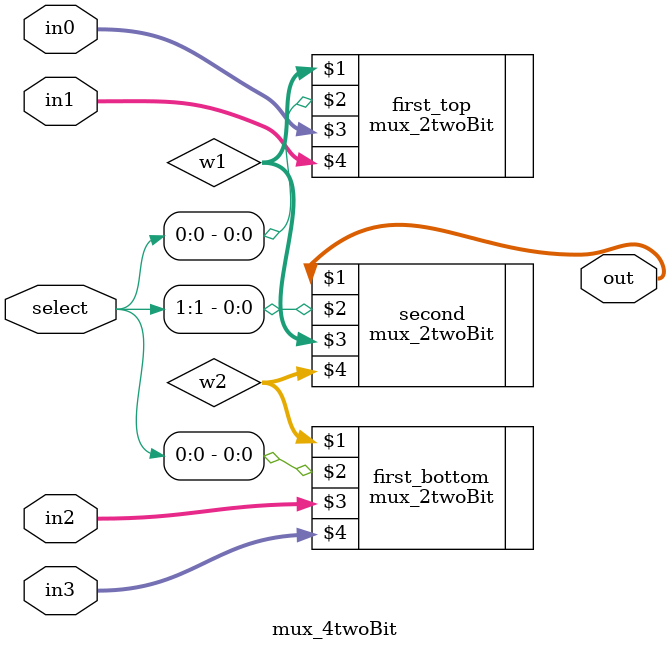
<source format=v>
module mux_4twoBit(out, select, in0, in1, in2, in3);
    input [1:0] select;
    input[1:0] in0, in1, in2, in3;
    output[1:0] out;
    wire[1:0] w1, w2;
    mux_2twoBit first_top(w1, select[0], in0, in1);
    mux_2twoBit first_bottom(w2, select[0], in2, in3);
    mux_2twoBit second(out, select[1], w1, w2);
endmodule
</source>
